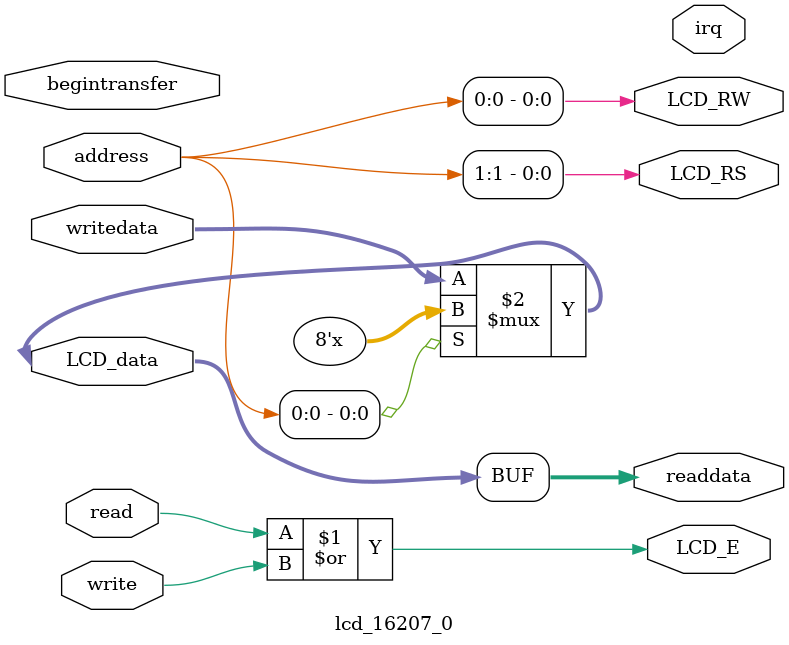
<source format=v>

`timescale 1ns / 1ps
// synthesis translate_on

// turn off superfluous verilog processor warnings 
// altera message_level Level1 
// altera message_off 10034 10035 10036 10037 10230 10240 10030 

module lcd_16207_0 (
                     // inputs:
                      address,
                      begintransfer,
                      read,
                      write,
                      writedata,

                     // outputs:
                      LCD_E,
                      LCD_RS,
                      LCD_RW,
                      LCD_data,
                      irq,
                      readdata
                   )
;

  output           LCD_E;
  output           LCD_RS;
  output           LCD_RW;
  inout   [  7: 0] LCD_data;
  output           irq;
  output  [  7: 0] readdata;
  input   [  1: 0] address;
  input            begintransfer;
  input            read;
  input            write;
  input   [  7: 0] writedata;

  wire             LCD_E;
  wire             LCD_RS;
  wire             LCD_RW;
  wire    [  7: 0] LCD_data;
  wire             irq;
  wire    [  7: 0] readdata;
  assign LCD_RW = address[0];
  assign LCD_RS = address[1];
  assign LCD_E = read | write;
  assign LCD_data = (address[0]) ? 8'bz : writedata;
  assign readdata = LCD_data;
  //control_slave, which is an e_avalon_slave

endmodule


</source>
